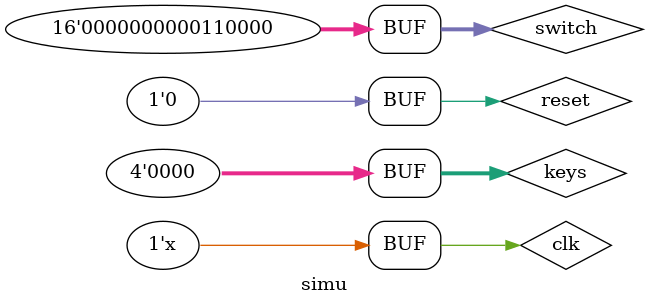
<source format=v>
`timescale 1ns / 1ps

module simu();

    reg          clk;
    reg          reset;
    reg  [15: 0] switch;
    reg  [ 3: 0] keys;
    wire [15: 0] led;
    wire [ 7: 0] ca;
    wire [ 3: 0] an;

    Basys3_Top test
    (
        .clk    ( clk       ),
        .reset  ( reset     ),
        .switch ( switch    ),
        .keys   ( keys      ),
        .led    ( led       ),
        .ca     ( ca        ),
        .an     ( an        )
    );

    initial begin
        clk    = 0;
        reset  = 1;
        switch = 0;
        keys   = 0;

        #100
        reset  = 0;
        switch = 16'd3;
        #100
        switch  =16'hf;
        #100
        switch = 16'b0000_0000_0011_0000;
    end

    always #5 clk = ~clk;

endmodule

</source>
